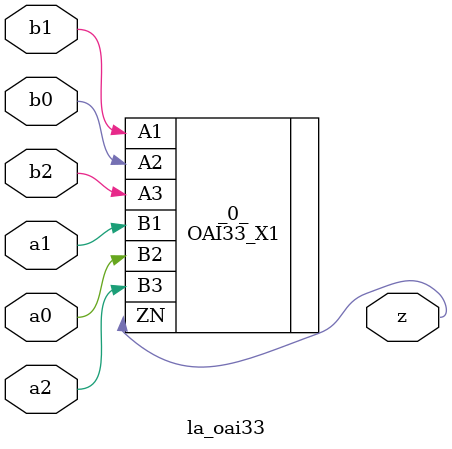
<source format=v>

/* Generated by Yosys 0.44 (git sha1 80ba43d26, g++ 11.4.0-1ubuntu1~22.04 -fPIC -O3) */

(* top =  1  *)
(* src = "generated" *)
module la_oai33 (
    a0,
    a1,
    a2,
    b0,
    b1,
    b2,
    z
);
  (* src = "generated" *)
  input a0;
  wire a0;
  (* src = "generated" *)
  input a1;
  wire a1;
  (* src = "generated" *)
  input a2;
  wire a2;
  (* src = "generated" *)
  input b0;
  wire b0;
  (* src = "generated" *)
  input b1;
  wire b1;
  (* src = "generated" *)
  input b2;
  wire b2;
  (* src = "generated" *)
  output z;
  wire z;
  OAI33_X1 _0_ (
      .A1(b1),
      .A2(b0),
      .A3(b2),
      .B1(a1),
      .B2(a0),
      .B3(a2),
      .ZN(z)
  );
endmodule

</source>
